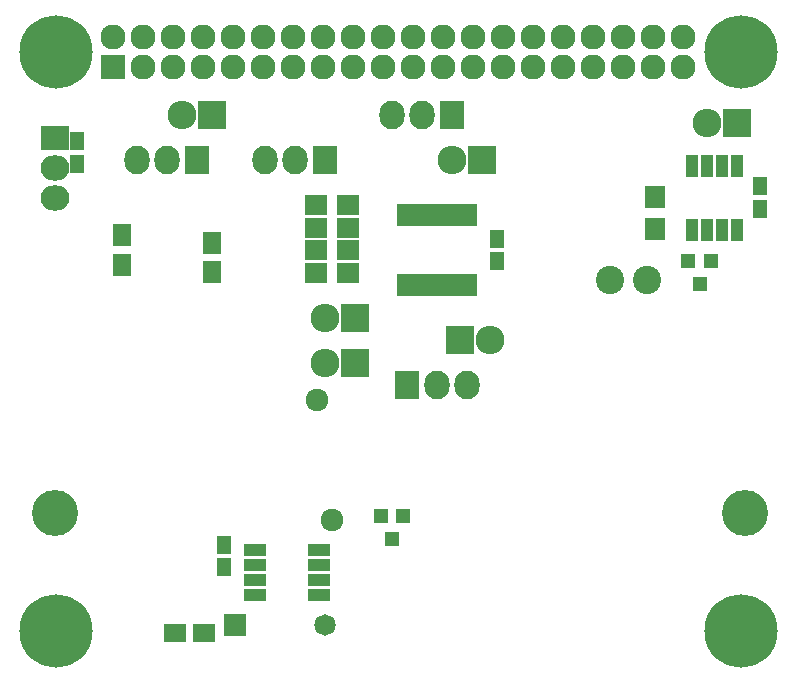
<source format=gbs>
G04 #@! TF.FileFunction,Soldermask,Bot*
%FSLAX46Y46*%
G04 Gerber Fmt 4.6, Leading zero omitted, Abs format (unit mm)*
G04 Created by KiCad (PCBNEW 0.201512281231+6406~40~ubuntu14.04.1-stable) date Son 03 Jan 2016 21:46:00 CET*
%MOMM*%
G01*
G04 APERTURE LIST*
%ADD10C,0.200000*%
%ADD11C,6.200000*%
%ADD12R,1.000000X1.950000*%
%ADD13R,1.900000X1.700000*%
%ADD14R,2.127200X2.127200*%
%ADD15O,2.127200X2.127200*%
%ADD16R,2.432000X2.432000*%
%ADD17O,2.432000X2.432000*%
%ADD18R,2.127200X2.432000*%
%ADD19O,2.127200X2.432000*%
%ADD20R,1.900000X1.650000*%
%ADD21R,1.650000X1.900000*%
%ADD22R,1.150000X1.600000*%
%ADD23C,3.900120*%
%ADD24C,2.398980*%
%ADD25R,2.432000X2.127200*%
%ADD26O,2.432000X2.127200*%
%ADD27R,1.200100X1.200100*%
%ADD28R,1.700000X1.900000*%
%ADD29R,1.950000X1.000000*%
%ADD30R,0.850000X1.850000*%
%ADD31R,1.822400X1.822400*%
%ADD32C,1.822400*%
%ADD33C,1.924000*%
G04 APERTURE END LIST*
D10*
D11*
X100000000Y-38500000D03*
X100000000Y-87500000D03*
X42000000Y-87500000D03*
X42000000Y-38500000D03*
D12*
X99695000Y-53500000D03*
X98425000Y-53500000D03*
X97155000Y-53500000D03*
X95885000Y-53500000D03*
X95885000Y-48100000D03*
X97155000Y-48100000D03*
X98425000Y-48100000D03*
X99695000Y-48100000D03*
D13*
X66755000Y-57150000D03*
X64055000Y-57150000D03*
X66755000Y-55245000D03*
X64055000Y-55245000D03*
X66755000Y-53340000D03*
X64055000Y-53340000D03*
X66755000Y-51435000D03*
X64055000Y-51435000D03*
D14*
X46870000Y-39770000D03*
D15*
X46870000Y-37230000D03*
X49410000Y-39770000D03*
X49410000Y-37230000D03*
X51950000Y-39770000D03*
X51950000Y-37230000D03*
X54490000Y-39770000D03*
X54490000Y-37230000D03*
X57030000Y-39770000D03*
X57030000Y-37230000D03*
X59570000Y-39770000D03*
X59570000Y-37230000D03*
X62110000Y-39770000D03*
X62110000Y-37230000D03*
X64650000Y-39770000D03*
X64650000Y-37230000D03*
X67190000Y-39770000D03*
X67190000Y-37230000D03*
X69730000Y-39770000D03*
X69730000Y-37230000D03*
X72270000Y-39770000D03*
X72270000Y-37230000D03*
X74810000Y-39770000D03*
X74810000Y-37230000D03*
X77350000Y-39770000D03*
X77350000Y-37230000D03*
X79890000Y-39770000D03*
X79890000Y-37230000D03*
X82430000Y-39770000D03*
X82430000Y-37230000D03*
X84970000Y-39770000D03*
X84970000Y-37230000D03*
X87510000Y-39770000D03*
X87510000Y-37230000D03*
X90050000Y-39770000D03*
X90050000Y-37230000D03*
X92590000Y-39770000D03*
X92590000Y-37230000D03*
X95130000Y-39770000D03*
X95130000Y-37230000D03*
D16*
X67310000Y-60960000D03*
D17*
X64770000Y-60960000D03*
D18*
X53975000Y-47625000D03*
D19*
X51435000Y-47625000D03*
X48895000Y-47625000D03*
D20*
X54590000Y-87630000D03*
X52090000Y-87630000D03*
D21*
X47625000Y-56495000D03*
X47625000Y-53995000D03*
X55245000Y-57130000D03*
X55245000Y-54630000D03*
D22*
X79375000Y-54295000D03*
X79375000Y-56195000D03*
X43815000Y-46040000D03*
X43815000Y-47940000D03*
D18*
X71755000Y-66675000D03*
D19*
X74295000Y-66675000D03*
X76835000Y-66675000D03*
D16*
X67310000Y-64770000D03*
D17*
X64770000Y-64770000D03*
D16*
X76200000Y-62865000D03*
D17*
X78740000Y-62865000D03*
D23*
X100330000Y-77470000D03*
D24*
X92075000Y-57785000D03*
X88900000Y-57785000D03*
D25*
X41910000Y-45720000D03*
D26*
X41910000Y-48260000D03*
X41910000Y-50800000D03*
D18*
X64770000Y-47625000D03*
D19*
X62230000Y-47625000D03*
X59690000Y-47625000D03*
D18*
X75565000Y-43815000D03*
D19*
X73025000Y-43815000D03*
X70485000Y-43815000D03*
D16*
X99695000Y-44450000D03*
D17*
X97155000Y-44450000D03*
D16*
X55245000Y-43815000D03*
D17*
X52705000Y-43815000D03*
D16*
X78105000Y-47625000D03*
D17*
X75565000Y-47625000D03*
D27*
X69535000Y-77739240D03*
X71435000Y-77739240D03*
X70485000Y-79738220D03*
X95570000Y-56149240D03*
X97470000Y-56149240D03*
X96520000Y-58148220D03*
D28*
X92710000Y-53420000D03*
X92710000Y-50720000D03*
D29*
X64295000Y-80645000D03*
X64295000Y-81915000D03*
X64295000Y-83185000D03*
X64295000Y-84455000D03*
X58895000Y-84455000D03*
X58895000Y-83185000D03*
X58895000Y-81915000D03*
X58895000Y-80645000D03*
D30*
X77220000Y-58195000D03*
X76570000Y-58195000D03*
X75920000Y-58195000D03*
X75270000Y-58195000D03*
X74620000Y-58195000D03*
X73970000Y-58195000D03*
X73320000Y-58195000D03*
X72670000Y-58195000D03*
X72020000Y-58195000D03*
X71370000Y-58195000D03*
X71370000Y-52295000D03*
X72020000Y-52295000D03*
X72670000Y-52295000D03*
X73320000Y-52295000D03*
X73970000Y-52295000D03*
X74620000Y-52295000D03*
X75270000Y-52295000D03*
X75920000Y-52295000D03*
X76570000Y-52295000D03*
X77220000Y-52295000D03*
D31*
X57150000Y-86995000D03*
D32*
X64770000Y-86995000D03*
D33*
X65405000Y-78105000D03*
X64135000Y-67945000D03*
D23*
X41910000Y-77470000D03*
D22*
X101600000Y-49850000D03*
X101600000Y-51750000D03*
X56261000Y-82103000D03*
X56261000Y-80203000D03*
M02*

</source>
